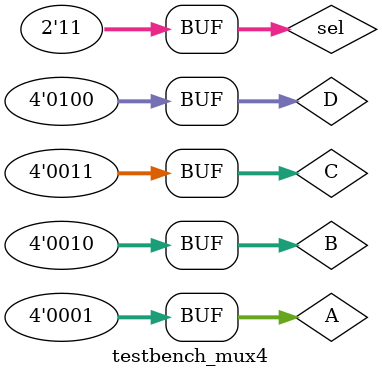
<source format=sv>
`timescale 1ns / 1ps
/*
NOMBRE MODULO: testbench_mux4
FECHA DE CREACIÓN: 30-3-2023
FECHA DE MODIFICACIÓN:
FUNCION: pruebas para multiplexor 4:1 con entradas de 4 bits
*/
module testbench_mux4();
    logic [3:0] A,B,C,D,out; // establezco las señales 
    logic [1:0] sel;
    
    mux4_1 DUT(     //instancio el modulo 
        .A(A),
        .B(B),
        .C(C),
        .D(D),  
        .out(out),
        .sel(sel)
        );
        
   initial begin
   A = 4'd1; //defino los valores de A, B, C y D 
   B = 4'd2;
   C = 4'd3;
   D = 4'd4;
  
   sel = 2'b00; //Cambio el valor del selector para ver los distintos valores de out
   #3
   sel = 2'b01;
   #3
   sel = 2'b10;
   #3
   sel = 2'b11;
   end
   endmodule
   
 
              
           



</source>
